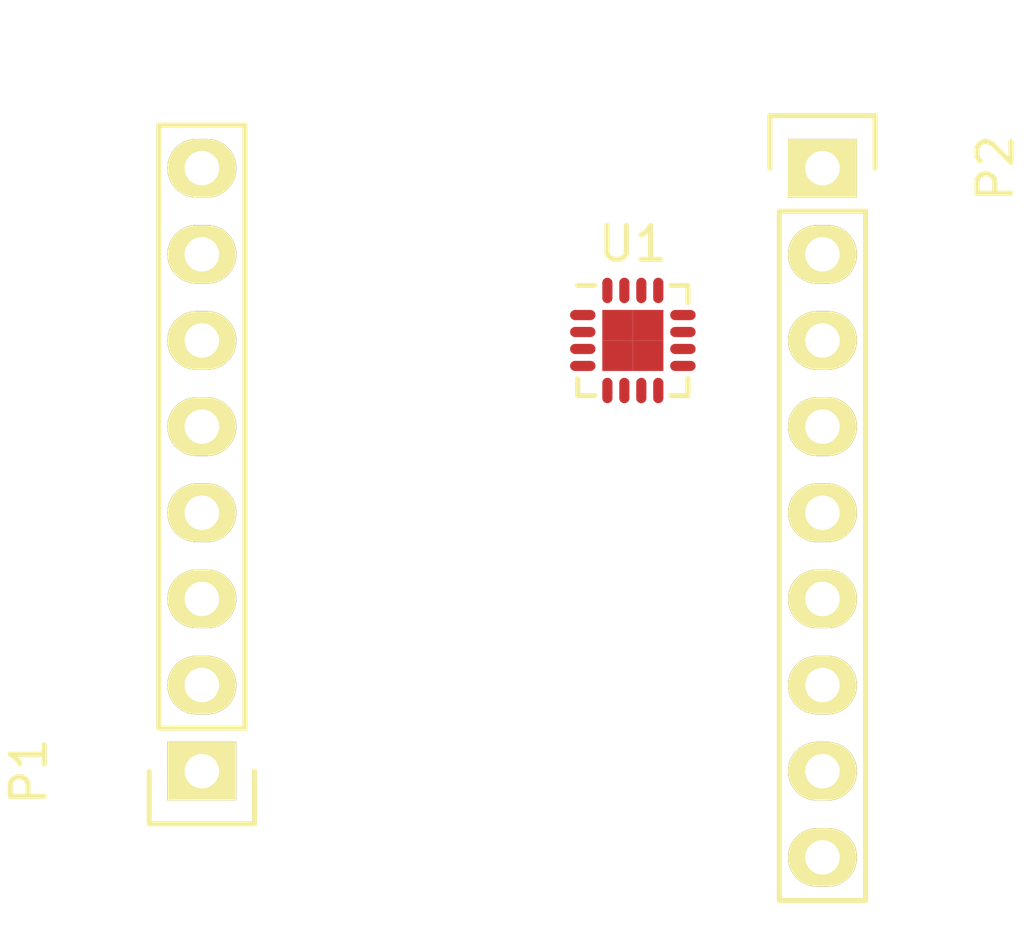
<source format=kicad_pcb>
(kicad_pcb (version 4) (host pcbnew 4.0.2-stable)

  (general
    (links 20)
    (no_connects 20)
    (area 147.699 103.040999 194.035 139.673001)
    (thickness 1.6)
    (drawings 0)
    (tracks 0)
    (zones 0)
    (modules 3)
    (nets 18)
  )

  (page A4)
  (layers
    (0 F.Cu signal)
    (31 B.Cu signal)
    (32 B.Adhes user)
    (33 F.Adhes user)
    (34 B.Paste user)
    (35 F.Paste user)
    (36 B.SilkS user)
    (37 F.SilkS user)
    (38 B.Mask user)
    (39 F.Mask user)
    (40 Dwgs.User user)
    (41 Cmts.User user)
    (42 Eco1.User user)
    (43 Eco2.User user)
    (44 Edge.Cuts user)
    (45 Margin user)
    (46 B.CrtYd user)
    (47 F.CrtYd user)
    (48 B.Fab user)
    (49 F.Fab user)
  )

  (setup
    (last_trace_width 0.25)
    (trace_clearance 0.2)
    (zone_clearance 0.508)
    (zone_45_only no)
    (trace_min 0.2)
    (segment_width 0.2)
    (edge_width 0.15)
    (via_size 0.6)
    (via_drill 0.4)
    (via_min_size 0.4)
    (via_min_drill 0.3)
    (uvia_size 0.3)
    (uvia_drill 0.1)
    (uvias_allowed no)
    (uvia_min_size 0.2)
    (uvia_min_drill 0.1)
    (pcb_text_width 0.3)
    (pcb_text_size 1.5 1.5)
    (mod_edge_width 0.15)
    (mod_text_size 1 1)
    (mod_text_width 0.15)
    (pad_size 1.524 1.524)
    (pad_drill 0.762)
    (pad_to_mask_clearance 0.2)
    (aux_axis_origin 0 0)
    (visible_elements FFFFFF7F)
    (pcbplotparams
      (layerselection 0x00030_80000001)
      (usegerberextensions false)
      (excludeedgelayer true)
      (linewidth 0.100000)
      (plotframeref false)
      (viasonmask false)
      (mode 1)
      (useauxorigin false)
      (hpglpennumber 1)
      (hpglpenspeed 20)
      (hpglpendiameter 15)
      (hpglpenoverlay 2)
      (psnegative false)
      (psa4output false)
      (plotreference true)
      (plotvalue true)
      (plotinvisibletext false)
      (padsonsilk false)
      (subtractmaskfromsilk false)
      (outputformat 1)
      (mirror false)
      (drillshape 1)
      (scaleselection 1)
      (outputdirectory ""))
  )

  (net 0 "")
  (net 1 "Net-(P1-Pad1)")
  (net 2 "Net-(P1-Pad2)")
  (net 3 "Net-(P1-Pad3)")
  (net 4 "Net-(P1-Pad4)")
  (net 5 "Net-(P1-Pad5)")
  (net 6 "Net-(P1-Pad6)")
  (net 7 "Net-(P1-Pad7)")
  (net 8 "Net-(P1-Pad8)")
  (net 9 "Net-(P2-Pad1)")
  (net 10 "Net-(P2-Pad2)")
  (net 11 "Net-(P2-Pad3)")
  (net 12 "Net-(P2-Pad4)")
  (net 13 "Net-(P2-Pad5)")
  (net 14 "Net-(P2-Pad6)")
  (net 15 "Net-(P2-Pad7)")
  (net 16 "Net-(P2-Pad8)")
  (net 17 "Net-(P2-Pad9)")

  (net_class Default "This is the default net class."
    (clearance 0.2)
    (trace_width 0.25)
    (via_dia 0.6)
    (via_drill 0.4)
    (uvia_dia 0.3)
    (uvia_drill 0.1)
    (add_net "Net-(P1-Pad1)")
    (add_net "Net-(P1-Pad2)")
    (add_net "Net-(P1-Pad3)")
    (add_net "Net-(P1-Pad4)")
    (add_net "Net-(P1-Pad5)")
    (add_net "Net-(P1-Pad6)")
    (add_net "Net-(P1-Pad7)")
    (add_net "Net-(P1-Pad8)")
    (add_net "Net-(P2-Pad1)")
    (add_net "Net-(P2-Pad2)")
    (add_net "Net-(P2-Pad3)")
    (add_net "Net-(P2-Pad4)")
    (add_net "Net-(P2-Pad5)")
    (add_net "Net-(P2-Pad6)")
    (add_net "Net-(P2-Pad7)")
    (add_net "Net-(P2-Pad8)")
    (add_net "Net-(P2-Pad9)")
  )

  (module Socket_Strips:Socket_Strip_Straight_1x08 (layer F.Cu) (tedit 0) (tstamp 57AA40A4)
    (at 153.924 132.588 90)
    (descr "Through hole socket strip")
    (tags "socket strip")
    (path /57A83922)
    (fp_text reference P1 (at 0 -5.1 90) (layer F.SilkS)
      (effects (font (size 1 1) (thickness 0.15)))
    )
    (fp_text value CONN_01X08 (at 0 -3.1 90) (layer F.Fab)
      (effects (font (size 1 1) (thickness 0.15)))
    )
    (fp_line (start -1.75 -1.75) (end -1.75 1.75) (layer F.CrtYd) (width 0.05))
    (fp_line (start 19.55 -1.75) (end 19.55 1.75) (layer F.CrtYd) (width 0.05))
    (fp_line (start -1.75 -1.75) (end 19.55 -1.75) (layer F.CrtYd) (width 0.05))
    (fp_line (start -1.75 1.75) (end 19.55 1.75) (layer F.CrtYd) (width 0.05))
    (fp_line (start 1.27 1.27) (end 19.05 1.27) (layer F.SilkS) (width 0.15))
    (fp_line (start 19.05 1.27) (end 19.05 -1.27) (layer F.SilkS) (width 0.15))
    (fp_line (start 19.05 -1.27) (end 1.27 -1.27) (layer F.SilkS) (width 0.15))
    (fp_line (start -1.55 1.55) (end 0 1.55) (layer F.SilkS) (width 0.15))
    (fp_line (start 1.27 1.27) (end 1.27 -1.27) (layer F.SilkS) (width 0.15))
    (fp_line (start 0 -1.55) (end -1.55 -1.55) (layer F.SilkS) (width 0.15))
    (fp_line (start -1.55 -1.55) (end -1.55 1.55) (layer F.SilkS) (width 0.15))
    (pad 1 thru_hole rect (at 0 0 90) (size 1.7272 2.032) (drill 1.016) (layers *.Cu *.Mask F.SilkS)
      (net 1 "Net-(P1-Pad1)"))
    (pad 2 thru_hole oval (at 2.54 0 90) (size 1.7272 2.032) (drill 1.016) (layers *.Cu *.Mask F.SilkS)
      (net 2 "Net-(P1-Pad2)"))
    (pad 3 thru_hole oval (at 5.08 0 90) (size 1.7272 2.032) (drill 1.016) (layers *.Cu *.Mask F.SilkS)
      (net 3 "Net-(P1-Pad3)"))
    (pad 4 thru_hole oval (at 7.62 0 90) (size 1.7272 2.032) (drill 1.016) (layers *.Cu *.Mask F.SilkS)
      (net 4 "Net-(P1-Pad4)"))
    (pad 5 thru_hole oval (at 10.16 0 90) (size 1.7272 2.032) (drill 1.016) (layers *.Cu *.Mask F.SilkS)
      (net 5 "Net-(P1-Pad5)"))
    (pad 6 thru_hole oval (at 12.7 0 90) (size 1.7272 2.032) (drill 1.016) (layers *.Cu *.Mask F.SilkS)
      (net 6 "Net-(P1-Pad6)"))
    (pad 7 thru_hole oval (at 15.24 0 90) (size 1.7272 2.032) (drill 1.016) (layers *.Cu *.Mask F.SilkS)
      (net 7 "Net-(P1-Pad7)"))
    (pad 8 thru_hole oval (at 17.78 0 90) (size 1.7272 2.032) (drill 1.016) (layers *.Cu *.Mask F.SilkS)
      (net 8 "Net-(P1-Pad8)"))
    (model Socket_Strips.3dshapes/Socket_Strip_Straight_1x08.wrl
      (at (xyz 0.35 0 0))
      (scale (xyz 1 1 1))
      (rotate (xyz 0 0 180))
    )
  )

  (module Socket_Strips:Socket_Strip_Straight_1x09 (layer F.Cu) (tedit 0) (tstamp 57AA40B1)
    (at 172.212 114.808 270)
    (descr "Through hole socket strip")
    (tags "socket strip")
    (path /57A83966)
    (fp_text reference P2 (at 0 -5.1 270) (layer F.SilkS)
      (effects (font (size 1 1) (thickness 0.15)))
    )
    (fp_text value CONN_01X09 (at 0 -3.1 270) (layer F.Fab)
      (effects (font (size 1 1) (thickness 0.15)))
    )
    (fp_line (start -1.75 -1.75) (end -1.75 1.75) (layer F.CrtYd) (width 0.05))
    (fp_line (start 22.1 -1.75) (end 22.1 1.75) (layer F.CrtYd) (width 0.05))
    (fp_line (start -1.75 -1.75) (end 22.1 -1.75) (layer F.CrtYd) (width 0.05))
    (fp_line (start -1.75 1.75) (end 22.1 1.75) (layer F.CrtYd) (width 0.05))
    (fp_line (start 1.27 1.27) (end 21.59 1.27) (layer F.SilkS) (width 0.15))
    (fp_line (start 21.59 1.27) (end 21.59 -1.27) (layer F.SilkS) (width 0.15))
    (fp_line (start 21.59 -1.27) (end 1.27 -1.27) (layer F.SilkS) (width 0.15))
    (fp_line (start -1.55 1.55) (end 0 1.55) (layer F.SilkS) (width 0.15))
    (fp_line (start 1.27 1.27) (end 1.27 -1.27) (layer F.SilkS) (width 0.15))
    (fp_line (start 0 -1.55) (end -1.55 -1.55) (layer F.SilkS) (width 0.15))
    (fp_line (start -1.55 -1.55) (end -1.55 1.55) (layer F.SilkS) (width 0.15))
    (pad 1 thru_hole rect (at 0 0 270) (size 1.7272 2.032) (drill 1.016) (layers *.Cu *.Mask F.SilkS)
      (net 9 "Net-(P2-Pad1)"))
    (pad 2 thru_hole oval (at 2.54 0 270) (size 1.7272 2.032) (drill 1.016) (layers *.Cu *.Mask F.SilkS)
      (net 10 "Net-(P2-Pad2)"))
    (pad 3 thru_hole oval (at 5.08 0 270) (size 1.7272 2.032) (drill 1.016) (layers *.Cu *.Mask F.SilkS)
      (net 11 "Net-(P2-Pad3)"))
    (pad 4 thru_hole oval (at 7.62 0 270) (size 1.7272 2.032) (drill 1.016) (layers *.Cu *.Mask F.SilkS)
      (net 12 "Net-(P2-Pad4)"))
    (pad 5 thru_hole oval (at 10.16 0 270) (size 1.7272 2.032) (drill 1.016) (layers *.Cu *.Mask F.SilkS)
      (net 13 "Net-(P2-Pad5)"))
    (pad 6 thru_hole oval (at 12.7 0 270) (size 1.7272 2.032) (drill 1.016) (layers *.Cu *.Mask F.SilkS)
      (net 14 "Net-(P2-Pad6)"))
    (pad 7 thru_hole oval (at 15.24 0 270) (size 1.7272 2.032) (drill 1.016) (layers *.Cu *.Mask F.SilkS)
      (net 15 "Net-(P2-Pad7)"))
    (pad 8 thru_hole oval (at 17.78 0 270) (size 1.7272 2.032) (drill 1.016) (layers *.Cu *.Mask F.SilkS)
      (net 16 "Net-(P2-Pad8)"))
    (pad 9 thru_hole oval (at 20.32 0 270) (size 1.7272 2.032) (drill 1.016) (layers *.Cu *.Mask F.SilkS)
      (net 17 "Net-(P2-Pad9)"))
    (model Socket_Strips.3dshapes/Socket_Strip_Straight_1x09.wrl
      (at (xyz 0.4 0 0))
      (scale (xyz 1 1 1))
      (rotate (xyz 0 0 180))
    )
  )

  (module Housings_DFN_QFN:QFN-16-1EP_3x3mm_Pitch0.5mm (layer F.Cu) (tedit 54130A77) (tstamp 57AA40C9)
    (at 166.624 119.888)
    (descr "16-Lead Plastic Quad Flat, No Lead Package (NG) - 3x3x0.9 mm Body [QFN]; (see Microchip Packaging Specification 00000049BS.pdf)")
    (tags "QFN 0.5")
    (path /57A838D3)
    (attr smd)
    (fp_text reference U1 (at 0 -2.85) (layer F.SilkS)
      (effects (font (size 1 1) (thickness 0.15)))
    )
    (fp_text value LTC4120 (at 0 2.85) (layer F.Fab)
      (effects (font (size 1 1) (thickness 0.15)))
    )
    (fp_line (start -2.1 -2.1) (end -2.1 2.1) (layer F.CrtYd) (width 0.05))
    (fp_line (start 2.1 -2.1) (end 2.1 2.1) (layer F.CrtYd) (width 0.05))
    (fp_line (start -2.1 -2.1) (end 2.1 -2.1) (layer F.CrtYd) (width 0.05))
    (fp_line (start -2.1 2.1) (end 2.1 2.1) (layer F.CrtYd) (width 0.05))
    (fp_line (start 1.625 -1.625) (end 1.625 -1.125) (layer F.SilkS) (width 0.15))
    (fp_line (start -1.625 1.625) (end -1.625 1.125) (layer F.SilkS) (width 0.15))
    (fp_line (start 1.625 1.625) (end 1.625 1.125) (layer F.SilkS) (width 0.15))
    (fp_line (start -1.625 -1.625) (end -1.125 -1.625) (layer F.SilkS) (width 0.15))
    (fp_line (start -1.625 1.625) (end -1.125 1.625) (layer F.SilkS) (width 0.15))
    (fp_line (start 1.625 1.625) (end 1.125 1.625) (layer F.SilkS) (width 0.15))
    (fp_line (start 1.625 -1.625) (end 1.125 -1.625) (layer F.SilkS) (width 0.15))
    (pad 1 smd oval (at -1.475 -0.75) (size 0.75 0.3) (layers F.Cu F.Paste F.Mask)
      (net 8 "Net-(P1-Pad8)"))
    (pad 2 smd oval (at -1.475 -0.25) (size 0.75 0.3) (layers F.Cu F.Paste F.Mask)
      (net 7 "Net-(P1-Pad7)"))
    (pad 3 smd oval (at -1.475 0.25) (size 0.75 0.3) (layers F.Cu F.Paste F.Mask)
      (net 6 "Net-(P1-Pad6)"))
    (pad 4 smd oval (at -1.475 0.75) (size 0.75 0.3) (layers F.Cu F.Paste F.Mask)
      (net 5 "Net-(P1-Pad5)"))
    (pad 5 smd oval (at -0.75 1.475 90) (size 0.75 0.3) (layers F.Cu F.Paste F.Mask)
      (net 4 "Net-(P1-Pad4)"))
    (pad 6 smd oval (at -0.25 1.475 90) (size 0.75 0.3) (layers F.Cu F.Paste F.Mask)
      (net 3 "Net-(P1-Pad3)"))
    (pad 7 smd oval (at 0.25 1.475 90) (size 0.75 0.3) (layers F.Cu F.Paste F.Mask)
      (net 2 "Net-(P1-Pad2)"))
    (pad 8 smd oval (at 0.75 1.475 90) (size 0.75 0.3) (layers F.Cu F.Paste F.Mask)
      (net 1 "Net-(P1-Pad1)"))
    (pad 9 smd oval (at 1.475 0.75) (size 0.75 0.3) (layers F.Cu F.Paste F.Mask)
      (net 17 "Net-(P2-Pad9)"))
    (pad 10 smd oval (at 1.475 0.25) (size 0.75 0.3) (layers F.Cu F.Paste F.Mask)
      (net 16 "Net-(P2-Pad8)"))
    (pad 11 smd oval (at 1.475 -0.25) (size 0.75 0.3) (layers F.Cu F.Paste F.Mask)
      (net 15 "Net-(P2-Pad7)"))
    (pad 12 smd oval (at 1.475 -0.75) (size 0.75 0.3) (layers F.Cu F.Paste F.Mask)
      (net 14 "Net-(P2-Pad6)"))
    (pad 13 smd oval (at 0.75 -1.475 90) (size 0.75 0.3) (layers F.Cu F.Paste F.Mask)
      (net 13 "Net-(P2-Pad5)"))
    (pad 14 smd oval (at 0.25 -1.475 90) (size 0.75 0.3) (layers F.Cu F.Paste F.Mask)
      (net 12 "Net-(P2-Pad4)"))
    (pad 15 smd oval (at -0.25 -1.475 90) (size 0.75 0.3) (layers F.Cu F.Paste F.Mask)
      (net 11 "Net-(P2-Pad3)"))
    (pad 16 smd oval (at -0.75 -1.475 90) (size 0.75 0.3) (layers F.Cu F.Paste F.Mask)
      (net 10 "Net-(P2-Pad2)"))
    (pad 17 smd rect (at 0.45 0.45) (size 0.9 0.9) (layers F.Cu F.Paste F.Mask)
      (net 9 "Net-(P2-Pad1)") (solder_paste_margin_ratio -0.2))
    (pad 17 smd rect (at 0.45 -0.45) (size 0.9 0.9) (layers F.Cu F.Paste F.Mask)
      (net 9 "Net-(P2-Pad1)") (solder_paste_margin_ratio -0.2))
    (pad 17 smd rect (at -0.45 0.45) (size 0.9 0.9) (layers F.Cu F.Paste F.Mask)
      (net 9 "Net-(P2-Pad1)") (solder_paste_margin_ratio -0.2))
    (pad 17 smd rect (at -0.45 -0.45) (size 0.9 0.9) (layers F.Cu F.Paste F.Mask)
      (net 9 "Net-(P2-Pad1)") (solder_paste_margin_ratio -0.2))
    (model Housings_DFN_QFN.3dshapes/QFN-16-1EP_3x3mm_Pitch0.5mm.wrl
      (at (xyz 0 0 0))
      (scale (xyz 1 1 1))
      (rotate (xyz 0 0 0))
    )
  )

)

</source>
